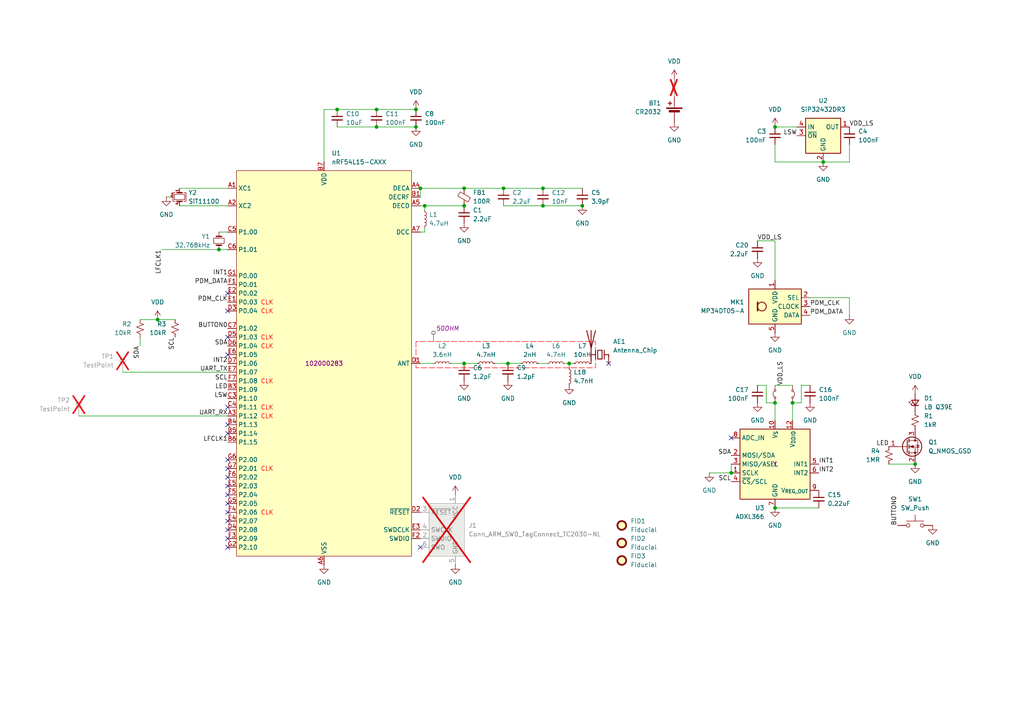
<source format=kicad_sch>
(kicad_sch (version 20250114) (generator "eeschema") (generator_version "9.0")
  (paper "A4")
  (title_block (title "nRF54L Tiny Board") (date "2025-01-30") (rev "0.2"))
  (lib_symbols
    (symbol "Connector:Conn_ARM_SWD_TagConnect_TC2030-NL" (in_bom no)
      (property "Reference" "J" (at 2.54 11.43 0))
      (property "Value" "Conn_ARM_SWD_TagConnect_TC2030-NL" (at 2.54 8.89 0))
      (symbol "Conn_ARM_SWD_TagConnect_TC2030-NL_0_0"
        (pin power_in line (at -2.54 10.16 270) (length 2.54) (name "VCC") (number "1"))
        (pin power_in line (at -2.54 -10.16 90) (length 2.54) (name "GND") (number "5"))
        (pin open_collector line (at 7.62 5.08 180) (length 2.54) (name "~{RESET}") (number "3"))
        (pin output line (at 7.62 0 180) (length 2.54) (name "SWCLK") (number "4"))
        (pin bidirectional line (at 7.62 -2.54 180) (length 2.54) (name "SWDIO") (number "2"))
        (pin input line (at 7.62 -5.08 180) (length 2.54) (name "SWO") (number "6"))
      )
      (symbol "Conn_ARM_SWD_TagConnect_TC2030-NL_0_1"
        (rectangle (start -5.08 7.62) (end 5.08 -7.62) (fill (type background)))
      )
    )
    (symbol "Connector:TestPoint" (pin_numbers (hide yes)) (pin_names (offset 0.762) (hide yes))
      (property "Reference" "TP" (at 0 6.858 0))
      (property "Value" "TestPoint" (at 0 5.08 0))
      (symbol "TestPoint_0_1"
        (circle (center 0 3.302) (radius 0.762))
      )
      (symbol "TestPoint_1_1"
        (pin passive line (at 0 0 90) (length 2.54) (name "1") (number "1"))
      )
    )
    (symbol "Device:Antenna_Chip" (pin_numbers (hide yes)) (pin_names (offset 1.016) (hide yes))
      (property "Reference" "AE" (at 0 5.08 0))
      (property "Value" "Antenna_Chip" (at 0 3.175 0))
      (symbol "Antenna_Chip_0_1"
        (polyline (pts (xy -2.54 0) (xy -2.54 -0.635)) (stroke (width 0.254)))
        (polyline (pts (xy -2.54 0) (xy -1.27 0)) (stroke (width 0.254)))
        (polyline (pts (xy -1.27 1.27) (xy -1.27 -1.27) (xy -1.27 0)) (stroke (width 0.254)))
        (polyline (pts (xy -0.635 1.27) (xy 0.635 1.27) (xy 0.635 -1.27) (xy -0.635 -1.27) (xy -0.635 1.27)) (stroke (width 0.254)))
        (polyline (pts (xy 1.27 1.27) (xy 1.27 -1.27)) (stroke (width 0.254)))
        (polyline (pts (xy 1.27 0) (xy 2.54 0)) (stroke (width 0.254)))
        (polyline (pts (xy 2.54 6.985) (xy 2.54 -1.905)) (stroke (width 0.254)))
        (polyline (pts (xy 2.54 -0.635) (xy 2.54 0)))
        (polyline (pts (xy 3.81 6.985) (xy 2.54 1.905) (xy 1.27 6.985)) (stroke (width 0.254)))
      )
      (symbol "Antenna_Chip_1_1"
        (pin input line (at -2.54 -2.54 90) (length 2.54) (name "FEED") (number "1"))
        (pin passive line (at 2.54 -2.54 90) (length 2.54) (name "PCB_Trace") (number "2"))
      )
    )
    (symbol "Device:Battery_Cell" (pin_numbers (hide yes)) (pin_names (offset 0) (hide yes))
      (property "Reference" "BT" (at 2.54 2.54 0))
      (property "Value" "Battery_Cell" (at 2.54 0 0))
      (symbol "Battery_Cell_0_1"
        (rectangle (start -2.286 1.778) (end 2.286 1.524) (fill (type outline)))
        (rectangle (start -1.524 1.016) (end 1.524 0.508) (fill (type outline)))
        (polyline (pts (xy 0 1.778) (xy 0 2.54)))
        (polyline (pts (xy 0 0.762) (xy 0 0)))
        (polyline (pts (xy 0.762 3.048) (xy 1.778 3.048)) (stroke (width 0.254)))
        (polyline (pts (xy 1.27 3.556) (xy 1.27 2.54)) (stroke (width 0.254)))
      )
      (symbol "Battery_Cell_1_1"
        (pin passive line (at 0 5.08 270) (length 2.54) (name "+") (number "1"))
        (pin passive line (at 0 -2.54 90) (length 2.54) (name "-") (number "2"))
      )
    )
    (symbol "Device:C_Small" (pin_numbers (hide yes)) (pin_names (offset 0.254) (hide yes))
      (property "Reference" "C" (at 0.254 1.778 0))
      (property "Value" "C_Small" (at 0.254 -2.032 0))
      (symbol "C_Small_0_1"
        (polyline (pts (xy -1.524 0.508) (xy 1.524 0.508)) (stroke (width 0.3048)))
        (polyline (pts (xy -1.524 -0.508) (xy 1.524 -0.508)) (stroke (width 0.3302)))
      )
      (symbol "C_Small_1_1"
        (pin passive line (at 0 2.54 270) (length 2.032) (name "~") (number "1"))
        (pin passive line (at 0 -2.54 90) (length 2.032) (name "~") (number "2"))
      )
    )
    (symbol "Device:Crystal_Small" (pin_numbers (hide yes)) (pin_names (offset 1.016) (hide yes))
      (property "Reference" "Y" (at 0 2.54 0))
      (property "Value" "Crystal_Small" (at 0 -2.54 0))
      (symbol "Crystal_Small_0_1"
        (polyline (pts (xy -1.27 -0.762) (xy -1.27 0.762)) (stroke (width 0.381)))
        (rectangle (start -0.762 -1.524) (end 0.762 1.524))
        (polyline (pts (xy 1.27 -0.762) (xy 1.27 0.762)) (stroke (width 0.381)))
      )
      (symbol "Crystal_Small_1_1"
        (pin passive line (at -2.54 0 0) (length 1.27) (name "1") (number "1"))
        (pin passive line (at 2.54 0 180) (length 1.27) (name "2") (number "2"))
      )
    )
    (symbol "Device:FerriteBead_Small" (pin_numbers (hide yes)) (pin_names (offset 0))
      (property "Reference" "FB" (at 1.905 1.27 0))
      (property "Value" "FerriteBead_Small" (at 1.905 -1.27 0))
      (symbol "FerriteBead_Small_0_1"
        (polyline (pts (xy -1.8288 0.2794) (xy -1.1176 1.4986) (xy 1.8288 -0.2032) (xy 1.1176 -1.4224) (xy -1.8288 0.2794)))
        (polyline (pts (xy 0 0.889) (xy 0 1.2954)))
        (polyline (pts (xy 0 -1.27) (xy 0 -0.7874)))
      )
      (symbol "FerriteBead_Small_1_1"
        (pin passive line (at 0 2.54 270) (length 1.27) (name "~") (number "1"))
        (pin passive line (at 0 -2.54 90) (length 1.27) (name "~") (number "2"))
      )
    )
    (symbol "Device:LED_Small" (pin_numbers (hide yes)) (pin_names (offset 0.254) (hide yes))
      (property "Reference" "D" (at -1.27 3.175 0))
      (property "Value" "LED_Small" (at -4.445 -2.54 0))
      (symbol "LED_Small_0_1"
        (polyline (pts (xy -0.762 -1.016) (xy -0.762 1.016)) (stroke (width 0.254)))
        (polyline (pts (xy 0 0.762) (xy -0.508 1.27) (xy -0.254 1.27) (xy -0.508 1.27) (xy -0.508 1.016)))
        (polyline (pts (xy 0.508 1.27) (xy 0 1.778) (xy 0.254 1.778) (xy 0 1.778) (xy 0 1.524)))
        (polyline (pts (xy 0.762 -1.016) (xy -0.762 0) (xy 0.762 1.016) (xy 0.762 -1.016)) (stroke (width 0.254)))
        (polyline (pts (xy 1.016 0) (xy -0.762 0)))
      )
      (symbol "LED_Small_1_1"
        (pin passive line (at -2.54 0 0) (length 1.778) (name "K") (number "1"))
        (pin passive line (at 2.54 0 180) (length 1.778) (name "A") (number "2"))
      )
    )
    (symbol "Device:L_Small" (pin_numbers (hide yes)) (pin_names (offset 0.254) (hide yes))
      (property "Reference" "L" (at 0.762 1.016 0))
      (property "Value" "L_Small" (at 0.762 -1.016 0))
      (symbol "L_Small_0_1"
        (arc (start 0 2.032) (mid 0.5058 1.524) (end 0 1.016))
        (arc (start 0 1.016) (mid 0.5058 0.508) (end 0 0))
        (arc (start 0 0) (mid 0.5058 -0.508) (end 0 -1.016))
        (arc (start 0 -1.016) (mid 0.5058 -1.524) (end 0 -2.032))
      )
      (symbol "L_Small_1_1"
        (pin passive line (at 0 2.54 270) (length 0.508) (name "~") (number "1"))
        (pin passive line (at 0 -2.54 90) (length 0.508) (name "~") (number "2"))
      )
    )
    (symbol "Device:Q_NMOS_GSD" (pin_names (offset 0) (hide yes))
      (property "Reference" "Q" (at 5.08 1.27 0))
      (property "Value" "Q_NMOS_GSD" (at 5.08 -1.27 0))
      (symbol "Q_NMOS_GSD_0_1"
        (polyline (pts (xy 0.254 1.905) (xy 0.254 -1.905)) (stroke (width 0.254)))
        (polyline (pts (xy 0.254 0) (xy -2.54 0)))
        (polyline (pts (xy 0.762 2.286) (xy 0.762 1.27)) (stroke (width 0.254)))
        (polyline (pts (xy 0.762 0.508) (xy 0.762 -0.508)) (stroke (width 0.254)))
        (polyline (pts (xy 0.762 -1.27) (xy 0.762 -2.286)) (stroke (width 0.254)))
        (polyline (pts (xy 0.762 -1.778) (xy 3.302 -1.778) (xy 3.302 1.778) (xy 0.762 1.778)))
        (polyline (pts (xy 1.016 0) (xy 2.032 0.381) (xy 2.032 -0.381) (xy 1.016 0)) (fill (type outline)))
        (circle (center 1.651 0) (radius 2.794) (stroke (width 0.254)))
        (polyline (pts (xy 2.54 2.54) (xy 2.54 1.778)))
        (circle (center 2.54 1.778) (radius 0.254) (fill (type outline)))
        (circle (center 2.54 -1.778) (radius 0.254) (fill (type outline)))
        (polyline (pts (xy 2.54 -2.54) (xy 2.54 0) (xy 0.762 0)))
        (polyline (pts (xy 2.794 0.508) (xy 2.921 0.381) (xy 3.683 0.381) (xy 3.81 0.254)))
        (polyline (pts (xy 3.302 0.381) (xy 2.921 -0.254) (xy 3.683 -0.254) (xy 3.302 0.381)))
      )
      (symbol "Q_NMOS_GSD_1_1"
        (pin input line (at -5.08 0 0) (length 2.54) (name "G") (number "1"))
        (pin passive line (at 2.54 5.08 270) (length 2.54) (name "D") (number "3"))
        (pin passive line (at 2.54 -5.08 90) (length 2.54) (name "S") (number "2"))
      )
    )
    (symbol "Device:R_Small_US" (pin_numbers (hide yes)) (pin_names (offset 0.254) (hide yes))
      (property "Reference" "R" (at 0.762 0.508 0))
      (property "Value" "R_Small_US" (at 0.762 -1.016 0))
      (symbol "R_Small_US_1_1"
        (polyline (pts (xy 0 1.524) (xy 1.016 1.143) (xy 0 0.762) (xy -1.016 0.381) (xy 0 0)))
        (polyline (pts (xy 0 0) (xy 1.016 -0.381) (xy 0 -0.762) (xy -1.016 -1.143) (xy 0 -1.524)))
        (pin passive line (at 0 2.54 270) (length 1.016) (name "~") (number "1"))
        (pin passive line (at 0 -2.54 90) (length 1.016) (name "~") (number "2"))
      )
    )
    (symbol "GND_1" (power) (pin_numbers (hide yes)) (pin_names (offset 0) (hide yes))
      (property "Value" "GND" (at 0 -3.81 0))
      (symbol "GND_1_0_1"
        (polyline (pts (xy 0 0) (xy 0 -1.27) (xy 1.27 -1.27) (xy 0 -2.54) (xy -1.27 -1.27) (xy 0 -1.27)))
      )
      (symbol "GND_1_1_1"
        (pin power_in line (at 0 0 270) (length 0) (name "~") (number "1"))
      )
    )
    (symbol "Jumper:Jumper_2_Small_Bridged" (pin_numbers (hide yes)) (pin_names (offset 0) (hide yes)) (exclude_from_sim yes)
      (property "Reference" "JP" (at 0 2.032 0))
      (property "Value" "Jumper_2_Small_Bridged" (at 0 -2.286 0))
      (symbol "Jumper_2_Small_Bridged_0_0"
        (circle (center -1.016 0) (radius 0.254))
        (circle (center 1.016 0) (radius 0.254))
      )
      (symbol "Jumper_2_Small_Bridged_0_1"
        (arc (start -0.762 0.254) (mid 0 0.5696) (end 0.762 0.254))
      )
      (symbol "Jumper_2_Small_Bridged_1_1"
        (pin passive line (at -2.54 0 0) (length 1.27) (name "A") (number "1"))
        (pin passive line (at 2.54 0 180) (length 1.27) (name "B") (number "2"))
      )
    )
    (symbol "Mechanical:Fiducial" (exclude_from_sim yes) (in_bom no)
      (property "Reference" "FID" (at 0 5.08 0))
      (property "Value" "Fiducial" (at 0 3.175 0))
      (symbol "Fiducial_0_1"
        (circle (center 0 0) (radius 1.27) (stroke (width 0.508)) (fill (type background)))
      )
    )
    (symbol "Power_Management:SiP32432DR3"
      (property "Reference" "U" (at 0 8.89 0))
      (property "Value" "SiP32432DR3" (at 0 6.35 0))
      (symbol "SiP32432DR3_0_1"
        (rectangle (start -5.08 5.08) (end 5.08 -5.08) (stroke (width 0.254)) (fill (type background)))
      )
      (symbol "SiP32432DR3_1_1"
        (pin passive line (at -7.62 2.54 0) (length 2.54) (name "IN") (number "4"))
        (pin input line (at -7.62 0 0) (length 2.54) (name "~{ON}") (number "3"))
        (pin power_in line (at 0 -7.62 90) (length 2.54) (name "GND") (number "2"))
        (pin passive line (at 0 -7.62 90) (length 2.54) (hide yes) (name "GND") (number "5"))
        (pin no_connect line (at 5.08 0 180) (length 2.54) (hide yes) (name "NC") (number "6"))
        (pin passive line (at 7.62 2.54 180) (length 2.54) (name "OUT") (number "1"))
      )
    )
    (symbol "Switch:SW_Push" (pin_numbers (hide yes)) (pin_names (offset 1.016) (hide yes))
      (property "Reference" "SW" (at 1.27 2.54 0))
      (property "Value" "SW_Push" (at 0 -1.524 0))
      (symbol "SW_Push_0_1"
        (circle (center -2.032 0) (radius 0.508))
        (polyline (pts (xy 0 1.27) (xy 0 3.048)))
        (circle (center 2.032 0) (radius 0.508))
        (polyline (pts (xy 2.54 1.27) (xy -2.54 1.27)))
        (pin passive line (at -5.08 0 0) (length 2.54) (name "1") (number "1"))
        (pin passive line (at 5.08 0 180) (length 2.54) (name "2") (number "2"))
      )
    )
    (symbol "hlord2000-Device:Crystal_GND23_Small_EZRoute" (pin_names (offset 1.016) (hide yes))
      (property "Reference" "Y" (at 1.27 4.445 0))
      (property "Value" "Crystal_GND23_Small_EZRoute" (at 1.27 2.54 0))
      (symbol "Crystal_GND23_Small_EZRoute_0_1"
        (polyline (pts (xy -1.27 1.27) (xy -1.27 1.905) (xy 1.27 1.905) (xy 1.27 1.27)))
        (polyline (pts (xy -1.27 -0.762) (xy -1.27 0.762)) (stroke (width 0.381)))
        (polyline (pts (xy -1.27 -1.27) (xy -1.27 -1.905) (xy 1.27 -1.905) (xy 1.27 -1.27)))
        (rectangle (start -0.762 -1.524) (end 0.762 1.524))
        (polyline (pts (xy 1.27 -0.762) (xy 1.27 0.762)) (stroke (width 0.381)))
      )
      (symbol "Crystal_GND23_Small_EZRoute_1_1"
        (pin passive line (at -2.54 0 0) (length 1.27) (name "1") (number "1"))
        (pin passive line (at 0 -2.54 90) (length 0.635) (name "2") (number "2"))
        (pin passive line (at 0 -2.54 90) (length 0.635) (hide yes) (name "3") (number "3"))
        (pin passive line (at 2.54 0 180) (length 1.27) (name "4") (number "4"))
      )
    )
    (symbol "hlord2000-Sensor_Audio:MP34DT05-A"
      (property "Reference" "MK" (at 5.08 6.35 0))
      (property "Value" "MP34DT05-A" (at 8.89 -6.35 0))
      (symbol "MP34DT05-A_1_1"
        (rectangle (start -7.62 5.08) (end 7.62 -5.08) (stroke (width 0.254)) (fill (type background)))
        (polyline (pts (xy -5.08 1.27) (xy -5.08 -1.27)) (stroke (width 0.381)))
        (circle (center -3.81 0) (radius 1.27) (stroke (width 0.254)))
        (pin power_in line (at 0 7.62 270) (length 2.54) (name "VDD") (number "1"))
        (pin power_in line (at 0 -7.62 90) (length 2.54) (name "GND") (number "5"))
        (pin input line (at 10.16 2.54 180) (length 2.54) (name "SEL") (number "2"))
        (pin input line (at 10.16 0 180) (length 2.54) (name "CLOCK") (number "3"))
        (pin output line (at 10.16 -2.54 180) (length 2.54) (name "DATA") (number "4"))
      )
    )
    (symbol "hlord2000-Sensor_Motion:ADXL366"
      (property "Reference" "U" (at -8.89 11.43 0))
      (property "Value" "ADXL366" (at 6.35 11.43 0))
      (symbol "ADXL366_0_1"
        (rectangle (start -10.16 10.16) (end 10.16 -10.16) (stroke (width 0.254)) (fill (type background)))
      )
      (symbol "ADXL366_1_1"
        (pin input line (at -12.7 7.62 0) (length 2.54) (name "ADC_IN") (number "8"))
        (pin input line (at -12.7 2.54 0) (length 2.54) (name "MOSI/SDA") (number "2"))
        (pin output line (at -12.7 0 0) (length 2.54) (name "MISO/ASEL") (number "3"))
        (pin input line (at -12.7 -2.54 0) (length 2.54) (name "SCLK") (number "1"))
        (pin input line (at -12.7 -5.08 0) (length 2.54) (name "~{CS}/SCL") (number "4"))
        (pin power_in line (at 0 12.7 270) (length 2.54) (name "V_{S}") (number "10"))
        (pin passive line (at 0 -12.7 90) (length 2.54) (hide yes) (name "GND") (number "11"))
        (pin power_in line (at 0 -12.7 90) (length 2.54) (name "GND") (number "7"))
        (pin power_in line (at 5.08 12.7 270) (length 2.54) (name "V_{DDIO}") (number "12"))
        (pin output line (at 12.7 0 180) (length 2.54) (name "INT1") (number "5"))
        (pin output line (at 12.7 -2.54 180) (length 2.54) (name "INT2") (number "6"))
        (pin passive line (at 12.7 -7.62 180) (length 2.54) (name "V_{REG_OUT}") (number "9"))
      )
    )
    (symbol "nordic-lib-kicad-nrf54:nRF54L15-CAXX"
      (property "Reference" "U" (at 0 0 0))
      (property "Value" "nRF54L15-CAXX" (at 0 -2.54 0))
      (symbol "nRF54L15-CAXX_1_0"
        (pin bidirectional line (at -27.94 50.8 0) (length 2.54) (name "XC1") (number "A1"))
        (pin bidirectional line (at -27.94 45.72 0) (length 2.54) (name "XC2") (number "A2"))
        (pin bidirectional line (at -27.94 38.1 0) (length 2.54) (name "P1.00") (number "C5"))
        (pin bidirectional line (at -27.94 33.02 0) (length 2.54) (name "P1.01") (number "C6"))
        (pin bidirectional line (at -27.94 25.4 0) (length 2.54) (name "P0.00") (number "G1"))
        (pin bidirectional line (at -27.94 22.86 0) (length 2.54) (name "P0.01") (number "F1"))
        (pin bidirectional line (at -27.94 20.32 0) (length 2.54) (name "P0.02") (number "E2"))
        (pin bidirectional line (at -27.94 17.78 0) (length 2.54) (name "P0.03") (number "E1"))
        (pin bidirectional line (at -27.94 15.24 0) (length 2.54) (name "P0.04") (number "D3"))
        (pin bidirectional line (at -27.94 10.16 0) (length 2.54) (name "P1.02") (number "C7"))
        (pin bidirectional line (at -27.94 7.62 0) (length 2.54) (name "P1.03") (number "D5"))
        (pin bidirectional line (at -27.94 5.08 0) (length 2.54) (name "P1.04") (number "D6"))
        (pin bidirectional line (at -27.94 2.54 0) (length 2.54) (name "P1.05") (number "E6"))
        (pin bidirectional line (at -27.94 0 0) (length 2.54) (name "P1.06") (number "D7"))
        (pin bidirectional line (at -27.94 -2.54 0) (length 2.54) (name "P1.07") (number "E7"))
        (pin bidirectional line (at -27.94 -5.08 0) (length 2.54) (name "P1.08") (number "F7"))
        (pin bidirectional line (at -27.94 -7.62 0) (length 2.54) (name "P1.09") (number "B3"))
        (pin bidirectional line (at -27.94 -10.16 0) (length 2.54) (name "P1.10") (number "C3"))
        (pin bidirectional line (at -27.94 -12.7 0) (length 2.54) (name "P1.11") (number "C4"))
        (pin bidirectional line (at -27.94 -15.24 0) (length 2.54) (name "P1.12") (number "A3"))
        (pin bidirectional line (at -27.94 -17.78 0) (length 2.54) (name "P1.13") (number "B4"))
        (pin bidirectional line (at -27.94 -20.32 0) (length 2.54) (name "P1.14") (number "B5"))
        (pin bidirectional line (at -27.94 -22.86 0) (length 2.54) (name "P1.15") (number "B6"))
        (pin bidirectional line (at -27.94 -27.94 0) (length 2.54) (name "P2.00") (number "G6"))
        (pin bidirectional line (at -27.94 -30.48 0) (length 2.54) (name "P2.01") (number "G7"))
        (pin bidirectional line (at -27.94 -33.02 0) (length 2.54) (name "P2.02") (number "F6"))
        (pin bidirectional line (at -27.94 -35.56 0) (length 2.54) (name "P2.03") (number "E5"))
        (pin bidirectional line (at -27.94 -38.1 0) (length 2.54) (name "P2.04") (number "F5"))
        (pin bidirectional line (at -27.94 -40.64 0) (length 2.54) (name "P2.05") (number "G5"))
        (pin bidirectional line (at -27.94 -43.18 0) (length 2.54) (name "P2.06") (number "F4"))
        (pin bidirectional line (at -27.94 -45.72 0) (length 2.54) (name "P2.07") (number "E4"))
        (pin bidirectional line (at -27.94 -48.26 0) (length 2.54) (name "P2.08") (number "D4"))
        (pin bidirectional line (at -27.94 -50.8 0) (length 2.54) (name "P2.09") (number "F3"))
        (pin bidirectional line (at -27.94 -53.34 0) (length 2.54) (name "P2.10") (number "G2"))
        (pin power_in line (at 0 58.42 270) (length 2.54) (name "VDD") (number "B7"))
        (pin passive line (at 0 58.42 270) (length 2.54) (hide yes) (name "VDD") (number "G3"))
        (pin power_in line (at 0 -58.42 90) (length 2.54) (name "VSS") (number "A6"))
        (pin passive line (at 0 -58.42 90) (length 2.54) (hide yes) (name "VSS_PA") (number "C2"))
        (pin passive line (at 0 -58.42 90) (length 2.54) (hide yes) (name "VSS") (number "G4"))
        (pin passive line (at 27.94 50.8 180) (length 2.54) (name "DECA") (number "A4"))
        (pin passive line (at 27.94 45.72 180) (length 2.54) (name "DECD") (number "A5"))
        (pin power_out line (at 27.94 38.1 180) (length 2.54) (name "DCC") (number "A7"))
        (pin output line (at 27.94 0 180) (length 2.54) (name "ANT") (number "D1"))
        (pin input line (at 27.94 -43.18 180) (length 2.54) (name "~{RESET}") (number "D2"))
        (pin input line (at 27.94 -48.26 180) (length 2.54) (name "SWDCLK") (number "E3"))
        (pin bidirectional line (at 27.94 -50.8 180) (length 2.54) (name "SWDIO") (number "F2"))
      )
      (symbol "nRF54L15-CAXX_1_1"
        (rectangle (start -25.4 55.88) (end 25.4 -55.88) (fill (type background)))
        (text "CLK" (at -16.51 17.78 0) (effects (font (size 1.27 1.27))))
        (text "CLK" (at -16.51 15.24 0) (effects (font (size 1.27 1.27))))
        (text "CLK" (at -16.51 7.62 0) (effects (font (size 1.27 1.27))))
        (text "CLK" (at -16.51 5.08 0) (effects (font (size 1.27 1.27))))
        (text "CLK" (at -16.51 -5.08 0) (effects (font (size 1.27 1.27))))
        (text "CLK" (at -16.51 -12.7 0) (effects (font (size 1.27 1.27))))
        (text "CLK" (at -16.51 -15.24 0) (effects (font (size 1.27 1.27))))
        (text "CLK" (at -16.51 -30.48 0) (effects (font (size 1.27 1.27))))
        (text "CLK" (at -16.51 -43.18 0) (effects (font (size 1.27 1.27))))
        (pin passive line (at 27.94 48.26 180) (length 2.54) (name "DECRF") (number "B1"))
      )
    )
    (symbol "power:GND" (power) (pin_numbers (hide yes)) (pin_names (offset 0) (hide yes))
      (property "Value" "GND" (at 0 -3.81 0))
      (symbol "GND_0_1"
        (polyline (pts (xy 0 0) (xy 0 -1.27) (xy 1.27 -1.27) (xy 0 -2.54) (xy -1.27 -1.27) (xy 0 -1.27)))
      )
      (symbol "GND_1_1"
        (pin power_in line (at 0 0 270) (length 0) (name "~") (number "1"))
      )
    )
    (symbol "power:VDD" (power) (pin_numbers (hide yes)) (pin_names (offset 0) (hide yes))
      (property "Value" "VDD" (at 0 3.556 0))
      (symbol "VDD_0_1"
        (polyline (pts (xy -0.762 1.27) (xy 0 2.54)))
        (polyline (pts (xy 0 2.54) (xy 0.762 1.27)))
        (polyline (pts (xy 0 0) (xy 0 2.54)))
      )
      (symbol "VDD_1_1"
        (pin power_in line (at 0 0 90) (length 0) (name "~") (number "1"))
      )
    )
  )
  (junction (at 224.79 116.84))
  (junction (at 134.62 105.41))
  (junction (at 109.22 36.83))
  (junction (at 134.62 59.69))
  (junction (at 165.1 105.41))
  (junction (at 120.65 31.75))
  (junction (at 265.43 134.62))
  (junction (at 63.5 72.39))
  (junction (at 121.92 54.61))
  (junction (at 123.19 59.69))
  (junction (at 168.91 59.69))
  (junction (at 45.72 92.71))
  (junction (at 147.32 105.41))
  (junction (at 97.79 31.75))
  (junction (at 224.79 147.32))
  (junction (at 146.05 54.61))
  (junction (at 120.65 36.83))
  (junction (at 109.22 31.75))
  (junction (at 212.09 137.16))
  (junction (at 134.62 54.61))
  (junction (at 157.48 54.61))
  (junction (at 229.87 116.84))
  (junction (at 224.79 36.83))
  (junction (at 157.48 59.69))
  (junction (at 238.76 46.99))
  (no_connect (at 66.04 156.21))
  (no_connect (at 66.04 85.09))
  (no_connect (at 66.04 118.11))
  (no_connect (at 66.04 140.97))
  (no_connect (at 66.04 138.43))
  (no_connect (at 66.04 151.13))
  (no_connect (at 66.04 90.17))
  (no_connect (at 176.53 105.41))
  (no_connect (at 66.04 148.59))
  (no_connect (at 66.04 102.87))
  (no_connect (at 66.04 153.67))
  (no_connect (at 66.04 125.73))
  (no_connect (at 66.04 123.19))
  (no_connect (at 212.09 127))
  (no_connect (at 66.04 133.35))
  (no_connect (at 66.04 135.89))
  (no_connect (at 66.04 97.79))
  (no_connect (at 66.04 143.51))
  (no_connect (at 66.04 158.75))
  (no_connect (at 121.92 158.75))
  (no_connect (at 66.04 146.05))
  (wire (pts (xy 123.19 59.69) (xy 123.19 60.96)))
  (wire (pts (xy 134.62 54.61) (xy 146.05 54.61)))
  (wire (pts (xy 109.22 31.75) (xy 120.65 31.75)))
  (wire (pts (xy 143.51 105.41) (xy 147.32 105.41)))
  (wire (pts (xy 123.19 59.69) (xy 121.92 59.69)))
  (wire (pts (xy 138.43 105.41) (xy 134.62 105.41)))
  (wire (pts (xy 97.79 36.83) (xy 109.22 36.83)))
  (wire (pts (xy 232.41 111.76) (xy 234.95 111.76)))
  (wire (pts (xy 219.71 111.76) (xy 222.25 111.76)))
  (wire (pts (xy 165.1 106.68) (xy 165.1 105.41)))
  (wire (pts (xy 222.25 116.84) (xy 222.25 111.76)))
  (wire (pts (xy 35.56 107.95) (xy 66.04 107.95)))
  (wire (pts (xy 229.87 116.84) (xy 229.87 121.92)))
  (wire (pts (xy 134.62 105.41) (xy 130.81 105.41)))
  (wire (pts (xy 45.72 92.71) (xy 50.8 92.71)))
  (wire (pts (xy 157.48 59.69) (xy 168.91 59.69)))
  (wire (pts (xy 158.75 105.41) (xy 156.21 105.41)))
  (wire (pts (xy 121.92 54.61) (xy 121.92 57.15)))
  (wire (pts (xy 146.05 59.69) (xy 157.48 59.69)))
  (wire (pts (xy 125.73 105.41) (xy 121.92 105.41)))
  (wire (pts (xy 146.05 54.61) (xy 157.48 54.61)))
  (wire (pts (xy 224.79 116.84) (xy 224.79 121.92)))
  (wire (pts (xy 123.19 67.31) (xy 121.92 67.31)))
  (wire (pts (xy 224.79 116.84) (xy 222.25 116.84)))
  (wire (pts (xy 246.38 46.99) (xy 246.38 41.91)))
  (wire (pts (xy 157.48 54.61) (xy 168.91 54.61)))
  (wire (pts (xy 232.41 116.84) (xy 232.41 111.76)))
  (wire (pts (xy 219.71 69.85) (xy 224.79 69.85)))
  (wire (pts (xy 257.81 134.62) (xy 265.43 134.62)))
  (wire (pts (xy 97.79 31.75) (xy 109.22 31.75)))
  (wire (pts (xy 46.99 72.39) (xy 63.5 72.39)))
  (wire (pts (xy 134.62 59.69) (xy 123.19 59.69)))
  (wire (pts (xy 40.64 92.71) (xy 45.72 92.71)))
  (wire (pts (xy 123.19 66.04) (xy 123.19 67.31)))
  (wire (pts (xy 229.87 116.84) (xy 232.41 116.84)))
  (wire (pts (xy 163.83 105.41) (xy 165.1 105.41)))
  (wire (pts (xy 224.79 46.99) (xy 238.76 46.99)))
  (wire (pts (xy 52.07 59.69) (xy 66.04 59.69)))
  (wire (pts (xy 205.74 137.16) (xy 212.09 137.16)))
  (wire (pts (xy 246.38 91.44) (xy 246.38 86.36)))
  (wire (pts (xy 147.32 105.41) (xy 151.13 105.41)))
  (wire (pts (xy 97.79 31.75) (xy 93.98 31.75)))
  (wire (pts (xy 224.79 69.85) (xy 224.79 81.28)))
  (wire (pts (xy 224.79 36.83) (xy 231.14 36.83)))
  (wire (pts (xy 212.09 134.62) (xy 212.09 137.16)))
  (wire (pts (xy 93.98 31.75) (xy 93.98 46.99)))
  (wire (pts (xy 40.64 97.79) (xy 40.64 100.33)))
  (wire (pts (xy 52.07 54.61) (xy 66.04 54.61)))
  (wire (pts (xy 224.79 41.91) (xy 224.79 46.99)))
  (wire (pts (xy 224.79 147.32) (xy 237.49 147.32)))
  (wire (pts (xy 63.5 72.39) (xy 66.04 72.39)))
  (wire (pts (xy 109.22 36.83) (xy 120.65 36.83)))
  (wire (pts (xy 48.26 57.15) (xy 49.53 57.15)))
  (wire (pts (xy 63.5 67.31) (xy 66.04 67.31)))
  (wire (pts (xy 238.76 46.99) (xy 246.38 46.99)))
  (wire (pts (xy 246.38 86.36) (xy 234.95 86.36)))
  (wire (pts (xy 166.37 105.41) (xy 165.1 105.41)))
  (wire (pts (xy 224.79 111.76) (xy 229.87 111.76)))
  (wire (pts (xy 121.92 54.61) (xy 134.62 54.61)))
  (wire (pts (xy 22.86 120.65) (xy 66.04 120.65)))
  (label "PDM_CLK" (at 234.95 88.9 0))
  (label "SCL" (at 50.8 97.79 270))
  (label "LED" (at 66.04 113.03 180))
  (label "LED" (at 257.81 129.54 180))
  (label "SDA" (at 212.09 132.08 180))
  (label "LSW" (at 231.14 39.37 180))
  (label "BUTTON0" (at 66.04 95.25 180))
  (label "INT1" (at 237.49 134.62 0))
  (label "SDA" (at 66.04 100.33 180))
  (label "UART_RX" (at 66.04 120.65 180))
  (label "INT1" (at 66.04 80.01 180))
  (label "BUTTON0" (at 260.35 152.4 90))
  (label "PDM_DATA" (at 66.04 82.55 180))
  (label "VDD_LS" (at 219.71 69.85 0))
  (label "LFCLK1" (at 66.04 128.27 180))
  (label "LFCLK1" (at 46.99 72.39 270))
  (label "UART_TX" (at 66.04 107.95 180))
  (label "INT2" (at 237.49 137.16 0))
  (label "SCL" (at 212.09 139.7 180))
  (label "SCL" (at 66.04 110.49 180))
  (label "LSW" (at 66.04 115.57 180))
  (label "VDD_LS" (at 227.33 111.76 90))
  (label "VDD_LS" (at 246.38 36.83 0))
  (label "PDM_CLK" (at 66.04 87.63 180))
  (label "PDM_DATA" (at 234.95 91.44 0))
  (label "INT2" (at 66.04 105.41 180))
  (label "SDA" (at 40.64 100.33 270))
  (rule_area (polyline (pts (xy 120.65 99.06) (xy 120.65 106.68) (xy 172.72 106.68) (xy 172.72 99.06)) (stroke (width 0) (type dash))))
  (netclass_flag "" (length 2.54) (shape round) (at 125.73 99.06 0) (property "Netclass" "50OHM" (at 126.4285 95.25 0) (effects (font (italic yes)) (justify left))))
  (symbol (lib_id "hlord2000-Sensor_Motion:ADXL366") (at 224.79 134.62 0) (unit 1)
    (property "Reference" "U3" (at 221.742 147.32 0) (effects (justify right)))
    (property "Value" "ADXL366" (at 221.742 149.86 0) (effects (justify right)))
    (property "Footprint" "hlord2000-Sensor_Motion:Analog_LGA-12_2.20x2.30mm_P0.5mm" (effects (hide yes)))
    (property "Datasheet" "https://www.analog.com/media/en/technical-documentation/data-sheets/ADXL363.pdf" (effects (hide yes)))
    (property "Description" "Micropower 3-Axis Accelerometer, 2/4/8g range, SPI, LGA-12" (effects (hide yes)))
    (property "Consigned" "Y" (effects (hide yes)))
    (property "PartId" "ADXL366" (effects (hide yes)))
    (property "Ship from Helmut" "Y" (at 224.79 134.62 0))
  )
  (symbol (lib_id "power:VDD") (at 132.08 143.51 0) (unit 1)
    (property "Reference" "#PWR019" (effects (hide yes)))
    (property "Value" "VDD" (at 132.08 138.43 0))
    (property "Description" "Power symbol creates a global label with name \"VDD\"" (effects (hide yes)))
  )
  (symbol (lib_id "Device:Antenna_Chip") (at 173.99 102.87 0) (mirror y) (unit 1)
    (property "Reference" "AE1" (at 177.8 99.0599 0) (effects (justify right)))
    (property "Value" "Antenna_Chip" (at 177.8 101.5999 0) (effects (justify right)))
    (property "Footprint" "hlord2000-RF_Antenna:Ignion_NN02-101" (effects (hide yes)))
    (property "Description" "Ceramic chip antenna with pin for PCB trace" (effects (hide yes)))
    (property "Consigned" "Y" (effects (hide yes)))
    (property "PartId" "100700079" (effects (hide yes)))
    (property "Ship from Helmut" "Y/optional" (effects (hide yes)))
  )
  (symbol (lib_id "power:VDD") (at 45.72 92.71 0) (unit 1)
    (property "Reference" "#PWR016" (effects (hide yes)))
    (property "Value" "VDD" (at 45.72 87.63 0))
    (property "Description" "Power symbol creates a global label with name \"VDD\"" (effects (hide yes)))
  )
  (symbol (lib_id "power:VDD") (at 224.79 36.83 0) (unit 1)
    (property "Reference" "#PWR07" (effects (hide yes)))
    (property "Value" "VDD" (at 224.79 31.75 0))
    (property "Description" "Power symbol creates a global label with name \"VDD\"" (effects (hide yes)))
  )
  (symbol (lib_id "nordic-lib-kicad-nrf54:nRF54L15-CAXX") (at 93.98 105.41 0) (unit 1)
    (property "Reference" "U1" (at 96.1741 44.45 0) (effects (justify left)))
    (property "Value" "nRF54L15-CAXX" (at 96.1741 46.99 0) (effects (justify left)))
    (property "Footprint" "PCM_nordic-lib-kicad-nrf54l:BGA-47_7x7_2.451x2.245mm" (effects (hide yes)))
    (property "Description" "nRF54L Dual Core Multiprotocol BLE SoC" (effects (hide yes)))
    (property "Consigned" "Y" (effects (hide yes)))
    (property "PartId" "102000283" (at 93.98 105.41 0))
  )
  (symbol (lib_id "power:VDD") (at 265.43 114.3 0) (unit 1)
    (property "Reference" "#PWR014" (effects (hide yes)))
    (property "Value" "VDD" (at 265.43 109.22 0))
    (property "Description" "Power symbol creates a global label with name \"VDD\"" (effects (hide yes)))
  )
  (symbol (lib_name "GND_1") (lib_id "power:GND") (at 168.91 59.69 0) (unit 1)
    (property "Reference" "#PWR04" (effects (hide yes)))
    (property "Value" "GND" (at 168.91 64.77 0))
    (property "Description" "Power symbol creates a global label with name \"GND\" , ground" (effects (hide yes)))
  )
  (symbol (lib_id "Device:R_Small_US") (at 50.8 95.25 0) (unit 1)
    (property "Reference" "R3" (at 48.26 93.9799 0) (effects (justify right)))
    (property "Value" "10kR" (at 48.26 96.5199 0) (effects (justify right)))
    (property "Footprint" "Resistor_SMD:R_0201_0603Metric" (effects (hide yes)))
    (property "Description" "Resistor, small US symbol" (effects (hide yes)))
    (property "LCSC" "C106225 " (effects (hide yes)))
    (property "PartId" "100100065" (effects (hide yes)))
  )
  (symbol (lib_id "Device:L_Small") (at 161.29 105.41 90) (unit 1)
    (property "Reference" "L6" (at 161.29 100.33 90))
    (property "Value" "4.7nH" (at 161.29 102.87 90))
    (property "Footprint" "Inductor_SMD:L_0201_0603Metric" (effects (hide yes)))
    (property "Description" "Inductor, small symbol" (effects (hide yes)))
    (property "LCSC" "C86126 " (effects (hide yes)))
    (property "PartId" "100300231" (effects (hide yes)))
  )
  (symbol (lib_id "Device:R_Small_US") (at 40.64 95.25 0) (unit 1)
    (property "Reference" "R2" (at 38.1 93.9799 0) (effects (justify right)))
    (property "Value" "10kR" (at 38.1 96.5199 0) (effects (justify right)))
    (property "Footprint" "Resistor_SMD:R_0201_0603Metric" (effects (hide yes)))
    (property "Description" "Resistor, small US symbol" (effects (hide yes)))
    (property "LCSC" "C106225 " (effects (hide yes)))
    (property "PartId" "100100065" (effects (hide yes)))
  )
  (symbol (lib_id "Device:C_Small") (at 219.71 72.39 0) (mirror y) (unit 1)
    (property "Reference" "C20" (at 217.17 71.1262 0) (effects (justify left)))
    (property "Value" "2.2uF" (at 217.17 73.6662 0) (effects (justify left)))
    (property "Footprint" "Capacitor_SMD:C_0201_0603Metric" (effects (hide yes)))
    (property "Description" "Unpolarized capacitor, small symbol" (effects (hide yes)))
    (property "LCSC" "C23630" (effects (hide yes)))
    (property "PartId" "100200660" (effects (hide yes)))
  )
  (symbol (lib_id "Device:L_Small") (at 123.19 63.5 0) (unit 1)
    (property "Reference" "L1" (at 124.46 62.2299 0) (effects (justify left)))
    (property "Value" "4.7uH" (at 124.46 64.7699 0) (effects (justify left)))
    (property "Footprint" "Inductor_SMD:L_0402_1005Metric" (effects (hide yes)))
    (property "Description" "Inductor, small symbol" (effects (hide yes)))
    (property "PartId" "100300441" (effects (hide yes)))
  )
  (symbol (lib_id "Device:C_Small") (at 146.05 57.15 0) (unit 1)
    (property "Reference" "C2" (at 148.59 55.8862 0) (effects (justify left)))
    (property "Value" "2.2uF" (at 148.59 58.4262 0) (effects (justify left)))
    (property "Footprint" "Capacitor_SMD:C_0201_0603Metric" (effects (hide yes)))
    (property "Description" "Unpolarized capacitor, small symbol" (effects (hide yes)))
    (property "LCSC" "C23630" (effects (hide yes)))
    (property "PartId" "100200660" (effects (hide yes)))
  )
  (symbol (lib_id "Device:C_Small") (at 219.71 114.3 0) (mirror y) (unit 1)
    (property "Reference" "C17" (at 217.17 113.0362 0) (effects (justify left)))
    (property "Value" "100nF" (at 217.17 115.5762 0) (effects (justify left)))
    (property "Footprint" "Capacitor_SMD:C_0201_0603Metric" (effects (hide yes)))
    (property "Description" "Unpolarized capacitor, small symbol" (effects (hide yes)))
    (property "LCSC" "C76939 " (effects (hide yes)))
    (property "PartId" "100200469" (effects (hide yes)))
  )
  (symbol (lib_id "power:GND") (at 224.79 147.32 0) (unit 1)
    (property "Reference" "#PWR010" (effects (hide yes)))
    (property "Value" "GND" (at 224.79 152.4 0))
    (property "Description" "Power symbol creates a global label with name \"GND\" , ground" (effects (hide yes)))
  )
  (symbol (lib_name "GND_1") (lib_id "power:GND") (at 147.32 110.49 0) (unit 1)
    (property "Reference" "#PWR09" (effects (hide yes)))
    (property "Value" "GND" (at 147.32 115.57 0))
    (property "Description" "Power symbol creates a global label with name \"GND\" , ground" (effects (hide yes)))
  )
  (symbol (lib_id "Connector:TestPoint") (at 35.56 107.95 0) (unit 1) (in_bom no) (dnp yes)
    (property "Reference" "TP1" (at 33.02 103.3779 0) (effects (justify right)))
    (property "Value" "TestPoint" (at 33.02 105.9179 0) (effects (justify right)))
    (property "Footprint" "TestPoint:TestPoint_Pad_D1.0mm" (effects (hide yes)))
    (property "Description" "test point" (effects (hide yes)))
  )
  (symbol (lib_id "Device:C_Small") (at 134.62 62.23 0) (unit 1)
    (property "Reference" "C1" (at 137.16 60.9662 0) (effects (justify left)))
    (property "Value" "2.2uF" (at 137.16 63.5062 0) (effects (justify left)))
    (property "Footprint" "Capacitor_SMD:C_0201_0603Metric" (effects (hide yes)))
    (property "Description" "Unpolarized capacitor, small symbol" (effects (hide yes)))
    (property "LCSC" "C23630" (effects (hide yes)))
    (property "PartId" "100200660" (effects (hide yes)))
  )
  (symbol (lib_id "Jumper:Jumper_2_Small_Bridged") (at 195.58 25.4 90) (unit 1) (exclude_from_sim yes) (in_bom no) (dnp yes)
    (property "Reference" "JP1" (effects (hide yes)))
    (property "Value" "Jumper_2_Small_Bridged" (effects (hide yes)))
    (property "Footprint" "Jumper:SolderJumper-2_P1.3mm_Bridged_RoundedPad1.0x1.5mm" (effects (hide yes)))
    (property "Description" "Jumper, 2-pole, small symbol, bridged" (effects (hide yes)))
  )
  (symbol (lib_id "power:GND") (at 246.38 91.44 0) (mirror y) (unit 1)
    (property "Reference" "#PWR026" (effects (hide yes)))
    (property "Value" "GND" (at 246.38 96.52 0))
    (property "Description" "Power symbol creates a global label with name \"GND\" , ground" (effects (hide yes)))
  )
  (symbol (lib_id "Device:Battery_Cell") (at 195.58 33.02 0) (mirror y) (unit 1)
    (property "Reference" "BT1" (at 191.77 29.9084 0) (effects (justify left)))
    (property "Value" "CR2032" (at 191.77 32.4484 0) (effects (justify left)))
    (property "Footprint" "nRF54L15_Battery:BatteryHolder_Multicomp_BC-2001_1x2032" (effects (hide yes)))
    (property "Description" "Single-cell battery" (effects (hide yes)))
    (property "LCSC" "C964829" (effects (hide yes)))
    (property "PartId" "100500047" (effects (hide yes)))
  )
  (symbol (lib_id "power:GND") (at 270.51 152.4 0) (unit 1)
    (property "Reference" "#PWR017" (effects (hide yes)))
    (property "Value" "GND" (at 270.51 157.48 0))
    (property "Description" "Power symbol creates a global label with name \"GND\" , ground" (effects (hide yes)))
  )
  (symbol (lib_id "power:GND") (at 205.74 137.16 0) (unit 1)
    (property "Reference" "#PWR022" (effects (hide yes)))
    (property "Value" "GND" (at 205.74 142.24 0))
    (property "Description" "Power symbol creates a global label with name \"GND\" , ground" (effects (hide yes)))
  )
  (symbol (lib_name "GND_1") (lib_id "power:GND") (at 134.62 64.77 0) (unit 1)
    (property "Reference" "#PWR06" (effects (hide yes)))
    (property "Value" "GND" (at 134.62 69.85 0))
    (property "Description" "Power symbol creates a global label with name \"GND\" , ground" (effects (hide yes)))
  )
  (symbol (lib_name "GND_1") (lib_id "power:GND") (at 134.62 110.49 0) (unit 1)
    (property "Reference" "#PWR08" (effects (hide yes)))
    (property "Value" "GND" (at 134.62 115.57 0))
    (property "Description" "Power symbol creates a global label with name \"GND\" , ground" (effects (hide yes)))
  )
  (symbol (lib_id "Jumper:Jumper_2_Small_Bridged") (at 224.79 114.3 90) (unit 1) (exclude_from_sim yes)
    (property "Reference" "JP3" (effects (hide yes)))
    (property "Value" "Jumper_2_Small_Bridged" (effects (hide yes)))
    (property "Footprint" "Resistor_SMD:R_0402_1005Metric" (effects (hide yes)))
    (property "Description" "Jumper, 2-pole, small symbol, bridged" (effects (hide yes)))
    (property "LCSC" "C17168" (effects (hide yes)))
    (property "PartId" "100100109" (effects (hide yes)))
  )
  (symbol (lib_id "Device:C_Small") (at 246.38 39.37 0) (unit 1)
    (property "Reference" "C4" (at 248.92 38.1062 0) (effects (justify left)))
    (property "Value" "100nF" (at 248.92 40.6462 0) (effects (justify left)))
    (property "Footprint" "Capacitor_SMD:C_0201_0603Metric" (effects (hide yes)))
    (property "Description" "Unpolarized capacitor, small symbol" (effects (hide yes)))
    (property "LCSC" "C76939 " (effects (hide yes)))
    (property "PartId" "100200469" (effects (hide yes)))
  )
  (symbol (lib_id "power:GND") (at 234.95 116.84 0) (unit 1)
    (property "Reference" "#PWR021" (effects (hide yes)))
    (property "Value" "GND" (at 234.95 121.92 0))
    (property "Description" "Power symbol creates a global label with name \"GND\" , ground" (effects (hide yes)))
  )
  (symbol (lib_name "GND_1") (lib_id "power:GND") (at 48.26 57.15 0) (unit 1)
    (property "Reference" "#PWR015" (effects (hide yes)))
    (property "Value" "GND" (at 48.26 62.23 0))
    (property "Description" "Power symbol creates a global label with name \"GND\" , ground" (effects (hide yes)))
  )
  (symbol (lib_id "Device:C_Small") (at 224.79 39.37 0) (mirror y) (unit 1)
    (property "Reference" "C3" (at 222.25 38.1062 0) (effects (justify left)))
    (property "Value" "100nF" (at 222.25 40.6462 0) (effects (justify left)))
    (property "Footprint" "Capacitor_SMD:C_0201_0603Metric" (effects (hide yes)))
    (property "Description" "Unpolarized capacitor, small symbol" (effects (hide yes)))
    (property "LCSC" "C76939 " (effects (hide yes)))
    (property "PartId" "100200469" (effects (hide yes)))
  )
  (symbol (lib_id "power:GND") (at 224.79 96.52 0) (mirror y) (unit 1)
    (property "Reference" "#PWR025" (effects (hide yes)))
    (property "Value" "GND" (at 224.79 101.6 0))
    (property "Description" "Power symbol creates a global label with name \"GND\" , ground" (effects (hide yes)))
  )
  (symbol (lib_id "Device:C_Small") (at 109.22 34.29 0) (unit 1)
    (property "Reference" "C11" (at 111.76 33.0262 0) (effects (justify left)))
    (property "Value" "100nF" (at 111.76 35.5662 0) (effects (justify left)))
    (property "Footprint" "Capacitor_SMD:C_0201_0603Metric" (effects (hide yes)))
    (property "Description" "Unpolarized capacitor, small symbol" (effects (hide yes)))
    (property "LCSC" "C76939 " (effects (hide yes)))
    (property "PartId" "100200469" (effects (hide yes)))
  )
  (symbol (lib_id "Device:LED_Small") (at 265.43 116.84 90) (unit 1)
    (property "Reference" "D1" (at 267.97 115.5064 90) (effects (justify right)))
    (property "Value" "LB Q39E" (at 267.97 118.0464 90) (effects (justify right)))
    (property "Footprint" "LED_SMD:LED_0603_1608Metric" (effects (hide yes)))
    (property "Description" "Light emitting diode, small symbol" (effects (hide yes)))
    (property "LCSC" "C84273" (effects (hide yes)))
    (property "PartId" "101400142" (effects (hide yes)))
  )
  (symbol (lib_name "GND_1") (lib_id "power:GND") (at 195.58 35.56 0) (unit 1)
    (property "Reference" "#PWR03" (effects (hide yes)))
    (property "Value" "GND" (at 195.58 40.64 0))
    (property "Description" "Power symbol creates a global label with name \"GND\" , ground" (effects (hide yes)))
  )
  (symbol (lib_id "power:GND") (at 219.71 116.84 0) (mirror y) (unit 1)
    (property "Reference" "#PWR020" (effects (hide yes)))
    (property "Value" "GND" (at 219.71 121.92 0))
    (property "Description" "Power symbol creates a global label with name \"GND\" , ground" (effects (hide yes)))
  )
  (symbol (lib_id "power:GND") (at 219.71 74.93 0) (unit 1)
    (property "Reference" "#PWR024" (effects (hide yes)))
    (property "Value" "GND" (at 219.71 80.01 0))
    (property "Description" "Power symbol creates a global label with name \"GND\" , ground" (effects (hide yes)))
  )
  (symbol (lib_id "Connector:TestPoint") (at 22.86 120.65 0) (unit 1) (in_bom no) (dnp yes)
    (property "Reference" "TP2" (at 20.32 116.0779 0) (effects (justify right)))
    (property "Value" "TestPoint" (at 20.32 118.6179 0) (effects (justify right)))
    (property "Footprint" "TestPoint:TestPoint_Pad_D1.0mm" (effects (hide yes)))
    (property "Description" "test point" (effects (hide yes)))
  )
  (symbol (lib_id "Mechanical:Fiducial") (at 180.34 152.4 0) (unit 1) (exclude_from_sim yes) (in_bom no)
    (property "Reference" "FID1" (at 182.88 151.1299 0) (effects (justify left)))
    (property "Value" "Fiducial" (at 182.88 153.6699 0) (effects (justify left)))
    (property "Footprint" "Fiducial:Fiducial_0.5mm_Mask1mm" (effects (hide yes)))
    (property "Description" "Fiducial Marker" (effects (hide yes)))
  )
  (symbol (lib_id "power:VDD") (at 120.65 31.75 0) (unit 1)
    (property "Reference" "#PWR011" (effects (hide yes)))
    (property "Value" "VDD" (at 120.65 26.67 0))
    (property "Description" "Power symbol creates a global label with name \"VDD\"" (effects (hide yes)))
  )
  (symbol (lib_id "power:GND") (at 132.08 163.83 0) (unit 1)
    (property "Reference" "#PWR018" (effects (hide yes)))
    (property "Value" "GND" (at 132.08 168.91 0))
    (property "Description" "Power symbol creates a global label with name \"GND\" , ground" (effects (hide yes)))
  )
  (symbol (lib_id "Connector:Conn_ARM_SWD_TagConnect_TC2030-NL") (at 129.54 153.67 0) (mirror y) (unit 1) (in_bom no) (dnp yes)
    (property "Reference" "J1" (at 135.89 152.3999 0) (effects (justify right)))
    (property "Value" "Conn_ARM_SWD_TagConnect_TC2030-NL" (at 135.89 154.9399 0) (effects (justify right)))
    (property "Footprint" "Connector:Tag-Connect_TC2030-IDC-NL_2x03_P1.27mm_Vertical" (effects (hide yes)))
    (property "Datasheet" "https://www.tag-connect.com/wp-content/uploads/bsk-pdf-manager/TC2030-CTX_1.pdf" (effects (hide yes)))
    (property "Description" "Tag-Connect ARM Cortex SWD JTAG connector, 6 pin, no legs" (effects (hide yes)))
  )
  (symbol (lib_id "Switch:SW_Push") (at 265.43 152.4 0) (unit 1)
    (property "Reference" "SW1" (at 265.43 144.78 0))
    (property "Value" "SW_Push" (at 265.43 147.32 0))
    (property "Footprint" "Button_Switch_SMD:SW_Push_1P1T_NO_Vertical_Wuerth_434133025816" (effects (hide yes)))
    (property "Description" "Push button switch, generic, two pins" (effects (hide yes)))
    (property "LCSC" "C127488 " (effects (hide yes)))
    (property "PartId" "101500104" (effects (hide yes)))
  )
  (symbol (lib_id "Device:C_Small") (at 97.79 34.29 0) (unit 1)
    (property "Reference" "C10" (at 100.33 33.0262 0) (effects (justify left)))
    (property "Value" "10uF" (at 100.33 35.5662 0) (effects (justify left)))
    (property "Footprint" "Capacitor_SMD:C_0402_1005Metric" (effects (hide yes)))
    (property "Description" "Unpolarized capacitor, small symbol" (effects (hide yes)))
    (property "LCSC" "C15525 " (effects (hide yes)))
    (property "PartId" "100200383" (effects (hide yes)))
  )
  (symbol (lib_id "Mechanical:Fiducial") (at 180.34 157.48 0) (unit 1) (exclude_from_sim yes) (in_bom no)
    (property "Reference" "FID2" (at 182.88 156.2099 0) (effects (justify left)))
    (property "Value" "Fiducial" (at 182.88 158.7499 0) (effects (justify left)))
    (property "Footprint" "Fiducial:Fiducial_0.5mm_Mask1mm" (effects (hide yes)))
    (property "Description" "Fiducial Marker" (effects (hide yes)))
  )
  (symbol (lib_id "Power_Management:SiP32432DR3") (at 238.76 39.37 0) (unit 1)
    (property "Reference" "U2" (at 238.76 29.21 0))
    (property "Value" "SiP32432DR3" (at 238.76 31.75 0))
    (property "Footprint" "Package_TO_SOT_SMD:SOT-363_SC-70-6" (effects (hide yes)))
    (property "Datasheet" "http://www.vishay.com.hk/docs/66597/sip32431.pdf" (effects (hide yes)))
    (property "Description" "10 pA, Ultra Low Leakage and Quiescent Current, Load Switch with Reverse Blocking, Low Enable, SC-70-6" (effects (hide yes)))
    (property "LCSC" "C141606 " (effects (hide yes)))
    (property "PartId" "SiP32432DR3" (effects (hide yes)))
  )
  (symbol (lib_id "Device:Crystal_Small") (at 63.5 69.85 270) (mirror x) (unit 1)
    (property "Reference" "Y1" (at 60.96 68.5799 90) (effects (justify right)))
    (property "Value" "32.768kHz" (at 60.96 71.1199 90) (effects (justify right)))
    (property "Footprint" "hlord2000-Crystal:Crystal_SMD_1210-2Pin_1.2x1.0mm" (effects (hide yes)))
    (property "Description" "Two pin crystal, small symbol" (effects (hide yes)))
    (property "PartId" "ECS-.327-9-1210-TR " (effects (hide yes)))
  )
  (symbol (lib_id "Device:C_Small") (at 120.65 34.29 0) (unit 1)
    (property "Reference" "C8" (at 123.19 33.0262 0) (effects (justify left)))
    (property "Value" "100nF" (at 123.19 35.5662 0) (effects (justify left)))
    (property "Footprint" "Capacitor_SMD:C_0201_0603Metric" (effects (hide yes)))
    (property "Description" "Unpolarized capacitor, small symbol" (effects (hide yes)))
    (property "LCSC" "C76939 " (effects (hide yes)))
    (property "PartId" "100200469" (effects (hide yes)))
  )
  (symbol (lib_id "Jumper:Jumper_2_Small_Bridged") (at 229.87 114.3 270) (mirror x) (unit 1) (exclude_from_sim yes)
    (property "Reference" "JP2" (effects (hide yes)))
    (property "Value" "Jumper_2_Small_Bridged" (effects (hide yes)))
    (property "Footprint" "Resistor_SMD:R_0402_1005Metric" (effects (hide yes)))
    (property "Description" "Jumper, 2-pole, small symbol, bridged" (effects (hide yes)))
    (property "LCSC" "C17168" (effects (hide yes)))
    (property "PartId" "100100109" (effects (hide yes)))
  )
  (symbol (lib_name "GND_1") (lib_id "power:GND") (at 165.1 111.76 0) (unit 1)
    (property "Reference" "#PWR023" (effects (hide yes)))
    (property "Value" "GND" (at 165.1 116.84 0))
    (property "Description" "Power symbol creates a global label with name \"GND\" , ground" (effects (hide yes)))
  )
  (symbol (lib_id "hlord2000-Device:Crystal_GND23_Small_EZRoute") (at 52.07 57.15 270) (unit 1)
    (property "Reference" "Y2" (at 54.61 55.8799 90) (effects (justify left)))
    (property "Value" "SiT11100" (at 54.61 58.4199 90) (effects (justify left)))
    (property "Footprint" "hlord2000-Oscillator:Oscillator_SMD_SiTime_SiT11100-4Pin_0.46x0.46mm" (effects (hide yes)))
    (property "Description" "Four pin crystal, GND on pins 2 and 3, small symbol" (effects (hide yes)))
    (property "Consigned" "Y" (effects (hide yes)))
    (property "PartId" "SiT11100" (effects (hide yes)))
    (property "Ship from Helmut" "Y" (effects (hide yes)))
  )
  (symbol (lib_id "Device:C_Small") (at 147.32 107.95 0) (unit 1)
    (property "Reference" "C9" (at 149.86 106.6862 0) (effects (justify left)))
    (property "Value" "1.2pF" (at 149.86 109.2262 0) (effects (justify left)))
    (property "Footprint" "Capacitor_SMD:C_0201_0603Metric" (effects (hide yes)))
    (property "Description" "Unpolarized capacitor, small symbol" (effects (hide yes)))
    (property "LCSC" "C85895 " (effects (hide yes)))
    (property "PartId" "100200086" (effects (hide yes)))
  )
  (symbol (lib_id "power:VDD") (at 195.58 22.86 0) (unit 1)
    (property "Reference" "#PWR02" (effects (hide yes)))
    (property "Value" "VDD" (at 195.58 17.78 0))
    (property "Description" "Power symbol creates a global label with name \"VDD\"" (effects (hide yes)))
  )
  (symbol (lib_name "GND_1") (lib_id "power:GND") (at 120.65 36.83 0) (unit 1)
    (property "Reference" "#PWR05" (effects (hide yes)))
    (property "Value" "GND" (at 120.65 41.91 0))
    (property "Description" "Power symbol creates a global label with name \"GND\" , ground" (effects (hide yes)))
  )
  (symbol (lib_id "Device:L_Small") (at 128.27 105.41 90) (unit 1)
    (property "Reference" "L2" (at 128.27 100.33 90))
    (property "Value" "3.6nH" (at 128.27 102.87 90))
    (property "Footprint" "Inductor_SMD:L_0201_0603Metric" (effects (hide yes)))
    (property "Description" "Inductor, small symbol" (effects (hide yes)))
    (property "LCSC" "C275212 " (effects (hide yes)))
    (property "PartId" "100300223" (effects (hide yes)))
  )
  (symbol (lib_id "hlord2000-Sensor_Audio:MP34DT05-A") (at 224.79 88.9 0) (unit 1)
    (property "Reference" "MK1" (at 215.9 87.6299 0) (effects (justify right)))
    (property "Value" "MP34DT05-A" (at 215.9 90.1699 0) (effects (justify right)))
    (property "Footprint" "hlord2000-Sensor_Audio:ST_HCLGA-4_3x4mm_P1.35mm" (effects (hide yes)))
    (property "Datasheet" "https://www.mouser.com/datasheet/2/389/mp34dt05_a-1850143.pdf" (effects (hide yes)))
    (property "Description" "Digital MEMS Microphone, LGA-5" (effects (hide yes)))
    (property "PartId" "MP34DT05-A" (effects (hide yes)))
  )
  (symbol (lib_id "Device:C_Small") (at 234.95 114.3 0) (unit 1)
    (property "Reference" "C16" (at 237.49 113.0362 0) (effects (justify left)))
    (property "Value" "100nF" (at 237.49 115.5762 0) (effects (justify left)))
    (property "Footprint" "Capacitor_SMD:C_0201_0603Metric" (effects (hide yes)))
    (property "Description" "Unpolarized capacitor, small symbol" (effects (hide yes)))
    (property "LCSC" "C76939 " (effects (hide yes)))
    (property "PartId" "100200469" (effects (hide yes)))
  )
  (symbol (lib_id "Device:C_Small") (at 168.91 57.15 0) (unit 1)
    (property "Reference" "C5" (at 171.45 55.8862 0) (effects (justify left)))
    (property "Value" "3.9pF" (at 171.45 58.4262 0) (effects (justify left)))
    (property "Footprint" "Capacitor_SMD:C_0201_0603Metric" (effects (hide yes)))
    (property "Description" "Unpolarized capacitor, small symbol" (effects (hide yes)))
    (property "LCSC" "C22374845 " (effects (hide yes)))
    (property "PartId" "100200424" (effects (hide yes)))
  )
  (symbol (lib_id "Device:C_Small") (at 134.62 107.95 0) (unit 1)
    (property "Reference" "C6" (at 137.16 106.6862 0) (effects (justify left)))
    (property "Value" "1.2pF" (at 137.16 109.2262 0) (effects (justify left)))
    (property "Footprint" "Capacitor_SMD:C_0201_0603Metric" (effects (hide yes)))
    (property "Description" "Unpolarized capacitor, small symbol" (effects (hide yes)))
    (property "LCSC" "C85895 " (effects (hide yes)))
    (property "PartId" "100200086" (effects (hide yes)))
  )
  (symbol (lib_id "Device:C_Small") (at 157.48 57.15 0) (unit 1)
    (property "Reference" "C12" (at 160.02 55.8862 0) (effects (justify left)))
    (property "Value" "10nF" (at 160.02 58.4262 0) (effects (justify left)))
    (property "Footprint" "Capacitor_SMD:C_0201_0603Metric" (effects (hide yes)))
    (property "Description" "Unpolarized capacitor, small symbol" (effects (hide yes)))
    (property "LCSC" "C76941 " (effects (hide yes)))
    (property "PartId" "100200491" (effects (hide yes)))
  )
  (symbol (lib_id "Device:Q_NMOS_GSD") (at 262.89 129.54 0) (unit 1)
    (property "Reference" "Q1" (at 269.24 128.2699 0) (effects (justify left)))
    (property "Value" "Q_NMOS_GSD" (at 269.24 130.8099 0) (effects (justify left)))
    (property "Footprint" "Package_DFN_QFN:Diodes_DFN1006-3" (effects (hide yes)))
    (property "Description" "N-MOSFET transistor, gate/source/drain" (effects (hide yes)))
    (property "LCSC" "C7527987 " (effects (hide yes)))
    (property "PartId" "101300187" (effects (hide yes)))
  )
  (symbol (lib_id "power:GND") (at 265.43 134.62 0) (unit 1)
    (property "Reference" "#PWR013" (effects (hide yes)))
    (property "Value" "GND" (at 265.43 139.7 0))
    (property "Description" "Power symbol creates a global label with name \"GND\" , ground" (effects (hide yes)))
  )
  (symbol (lib_name "GND_1") (lib_id "power:GND") (at 238.76 46.99 0) (unit 1)
    (property "Reference" "#PWR012" (effects (hide yes)))
    (property "Value" "GND" (at 238.76 52.07 0))
    (property "Description" "Power symbol creates a global label with name \"GND\" , ground" (effects (hide yes)))
  )
  (symbol (lib_id "Device:L_Small") (at 140.97 105.41 90) (unit 1)
    (property "Reference" "L3" (at 140.97 100.33 90))
    (property "Value" "4.7nH" (at 140.97 102.87 90))
    (property "Footprint" "Inductor_SMD:L_0201_0603Metric" (effects (hide yes)))
    (property "Description" "Inductor, small symbol" (effects (hide yes)))
    (property "LCSC" "C86126 " (effects (hide yes)))
    (property "PartId" "100300231" (effects (hide yes)))
  )
  (symbol (lib_id "Device:R_Small_US") (at 257.81 132.08 0) (mirror y) (unit 1)
    (property "Reference" "R4" (at 255.27 130.8099 0) (effects (justify left)))
    (property "Value" "1MR" (at 255.27 133.3499 0) (effects (justify left)))
    (property "Footprint" "Resistor_SMD:R_0402_1005Metric" (effects (hide yes)))
    (property "Description" "Resistor, small US symbol" (effects (hide yes)))
    (property "LCSC" "C138033 " (effects (hide yes)))
    (property "PartId" "100100265" (effects (hide yes)))
  )
  (symbol (lib_id "Device:L_Small") (at 165.1 109.22 0) (unit 1)
    (property "Reference" "L18" (at 166.37 107.9499 0) (effects (justify left)))
    (property "Value" "4.7nH" (at 166.37 110.4899 0) (effects (justify left)))
    (property "Footprint" "Inductor_SMD:L_0201_0603Metric" (effects (hide yes)))
    (property "Description" "Inductor, small symbol" (effects (hide yes)))
    (property "LCSC" "C86126 " (effects (hide yes)))
    (property "PartId" "100300231" (effects (hide yes)))
  )
  (symbol (lib_id "power:GND") (at 93.98 163.83 0) (unit 1)
    (property "Reference" "#PWR01" (effects (hide yes)))
    (property "Value" "GND" (at 93.98 168.91 0))
    (property "Description" "Power symbol creates a global label with name \"GND\" , ground" (effects (hide yes)))
  )
  (symbol (lib_id "Device:L_Small") (at 168.91 105.41 90) (unit 1)
    (property "Reference" "L7" (at 168.91 100.33 90))
    (property "Value" "10nH" (at 168.91 102.87 90))
    (property "Footprint" "Inductor_SMD:L_0201_0603Metric" (effects (hide yes)))
    (property "Description" "Inductor, small symbol" (effects (hide yes)))
    (property "LCSC" "C162594 " (effects (hide yes)))
    (property "PartId" "100300242" (effects (hide yes)))
  )
  (symbol (lib_id "Device:FerriteBead_Small") (at 134.62 57.15 0) (unit 1)
    (property "Reference" "FB1" (at 137.16 55.8418 0) (effects (justify left)))
    (property "Value" "100R" (at 137.16 58.3818 0) (effects (justify left)))
    (property "Footprint" "Capacitor_SMD:C_0201_0603Metric" (effects (hide yes)))
    (property "Description" "Ferrite bead, small symbol" (effects (hide yes)))
    (property "LCSC" "C83991" (effects (hide yes)))
    (property "PartId" "100300419" (effects (hide yes)))
  )
  (symbol (lib_id "Device:L_Small") (at 153.67 105.41 90) (unit 1)
    (property "Reference" "L4" (at 153.67 100.33 90))
    (property "Value" "2nH" (at 153.67 102.87 90))
    (property "Footprint" "Inductor_SMD:L_0201_0603Metric" (effects (hide yes)))
    (property "Description" "Inductor, small symbol" (effects (hide yes)))
    (property "LCSC" "C307709 " (effects (hide yes)))
    (property "PartId" "100300016" (effects (hide yes)))
  )
  (symbol (lib_id "Mechanical:Fiducial") (at 180.34 162.56 0) (unit 1) (exclude_from_sim yes) (in_bom no)
    (property "Reference" "FID3" (at 182.88 161.2899 0) (effects (justify left)))
    (property "Value" "Fiducial" (at 182.88 163.8299 0) (effects (justify left)))
    (property "Footprint" "Fiducial:Fiducial_0.5mm_Mask1mm" (effects (hide yes)))
    (property "Description" "Fiducial Marker" (effects (hide yes)))
  )
  (symbol (lib_id "Device:R_Small_US") (at 265.43 121.92 0) (unit 1)
    (property "Reference" "R1" (at 267.97 120.6499 0) (effects (justify left)))
    (property "Value" "1kR" (at 267.97 123.1899 0) (effects (justify left)))
    (property "Footprint" "Resistor_SMD:R_0402_1005Metric" (effects (hide yes)))
    (property "Description" "Resistor, small US symbol" (effects (hide yes)))
    (property "LCSC" "C106235 " (effects (hide yes)))
    (property "PartId" "100100171" (effects (hide yes)))
  )
  (symbol (lib_id "Device:C_Small") (at 237.49 144.78 0) (unit 1)
    (property "Reference" "C15" (at 240.03 143.5162 0) (effects (justify left)))
    (property "Value" "0.22uF" (at 240.03 146.0562 0) (effects (justify left)))
    (property "Footprint" "Capacitor_SMD:C_0201_0603Metric" (effects (hide yes)))
    (property "Description" "Unpolarized capacitor, small symbol" (effects (hide yes)))
    (property "LCSC" "C701263 " (effects (hide yes)))
    (property "PartId" "100200487" (effects (hide yes)))
  )
)
</source>
